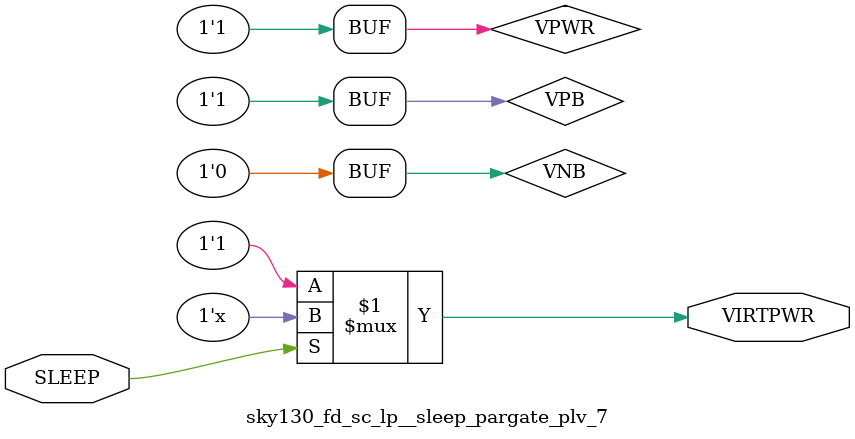
<source format=v>
/*
 * Copyright 2020 The SkyWater PDK Authors
 *
 * Licensed under the Apache License, Version 2.0 (the "License");
 * you may not use this file except in compliance with the License.
 * You may obtain a copy of the License at
 *
 *     https://www.apache.org/licenses/LICENSE-2.0
 *
 * Unless required by applicable law or agreed to in writing, software
 * distributed under the License is distributed on an "AS IS" BASIS,
 * WITHOUT WARRANTIES OR CONDITIONS OF ANY KIND, either express or implied.
 * See the License for the specific language governing permissions and
 * limitations under the License.
 *
 * SPDX-License-Identifier: Apache-2.0
*/


`ifndef SKY130_FD_SC_LP__SLEEP_PARGATE_PLV_7_TIMING_V
`define SKY130_FD_SC_LP__SLEEP_PARGATE_PLV_7_TIMING_V

/**
 * sleep_pargate_plv: ????.
 *
 * Verilog simulation timing model.
 */

`timescale 1ns / 1ps
`default_nettype none

`celldefine
module sky130_fd_sc_lp__sleep_pargate_plv_7 (
    VIRTPWR,
    SLEEP
);

    // Module ports
    output VIRTPWR;
    input  SLEEP  ;

    // Module supplies
    supply1 VPWR;
    supply1 VPB ;
    supply0 VNB ;

    // Local signals
    wire vgnd;

    //       Name       Output   Other arguments
    pulldown pulldown0 (vgnd   );
    bufif0   bufif00   (VIRTPWR, VPWR, SLEEP    );

specify
(SLEEP => VIRTPWR) = (0:0:0,0:0:0,0:0:0,0:0:0,0:0:0,0:0:0);
endspecify
endmodule
`endcelldefine

`default_nettype wire
`endif  // SKY130_FD_SC_LP__SLEEP_PARGATE_PLV_7_TIMING_V

</source>
